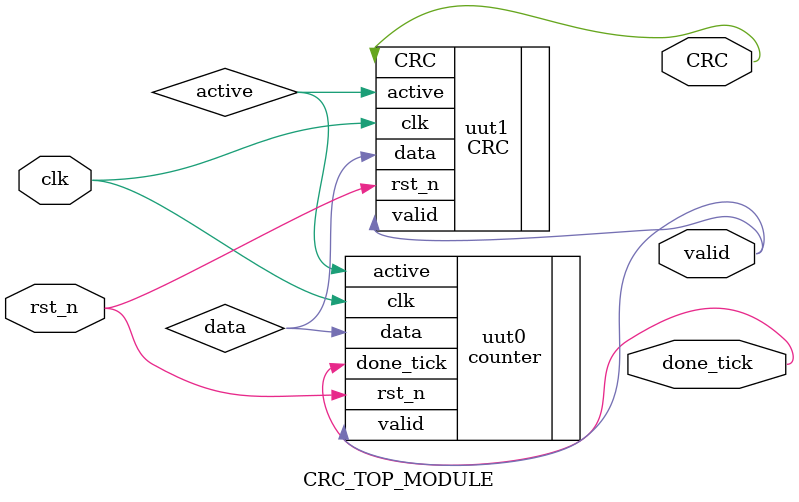
<source format=v>
module CRC_TOP_MODULE(
input clk,rst_n,
output  valid,
output  CRC,done_tick
);

wire active,data;

counter uut0(
.clk(clk),
.rst_n(rst_n),
.data(data),
.done_tick(done_tick) ,
.active(active),
.valid(valid)
);

CRC uut1 (
.data(data),
.active(active),
.clk(clk),
.rst_n(rst_n),
.valid(valid),
.CRC(CRC)
);


endmodule
</source>
